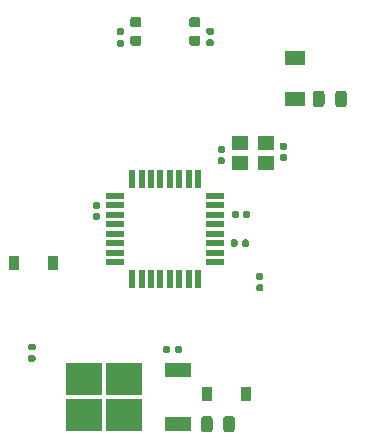
<source format=gbr>
G04 #@! TF.GenerationSoftware,KiCad,Pcbnew,(5.1.6-0-10_14)*
G04 #@! TF.CreationDate,2020-09-06T19:08:14+02:00*
G04 #@! TF.ProjectId,Tachometer pcb,54616368-6f6d-4657-9465-72207063622e,V2.0*
G04 #@! TF.SameCoordinates,Original*
G04 #@! TF.FileFunction,Paste,Top*
G04 #@! TF.FilePolarity,Positive*
%FSLAX46Y46*%
G04 Gerber Fmt 4.6, Leading zero omitted, Abs format (unit mm)*
G04 Created by KiCad (PCBNEW (5.1.6-0-10_14)) date 2020-09-06 19:08:14*
%MOMM*%
%LPD*%
G01*
G04 APERTURE LIST*
%ADD10R,3.050000X2.750000*%
%ADD11R,2.200000X1.200000*%
%ADD12R,0.900000X1.200000*%
%ADD13R,1.400000X1.200000*%
%ADD14R,1.700000X1.300000*%
%ADD15R,0.550000X1.600000*%
%ADD16R,1.600000X0.550000*%
G04 APERTURE END LIST*
G36*
G01*
X159913500Y-121990250D02*
X159913500Y-121077750D01*
G75*
G02*
X160157250Y-120834000I243750J0D01*
G01*
X160644750Y-120834000D01*
G75*
G02*
X160888500Y-121077750I0J-243750D01*
G01*
X160888500Y-121990250D01*
G75*
G02*
X160644750Y-122234000I-243750J0D01*
G01*
X160157250Y-122234000D01*
G75*
G02*
X159913500Y-121990250I0J243750D01*
G01*
G37*
G36*
G01*
X158038500Y-121990250D02*
X158038500Y-121077750D01*
G75*
G02*
X158282250Y-120834000I243750J0D01*
G01*
X158769750Y-120834000D01*
G75*
G02*
X159013500Y-121077750I0J-243750D01*
G01*
X159013500Y-121990250D01*
G75*
G02*
X158769750Y-122234000I-243750J0D01*
G01*
X158282250Y-122234000D01*
G75*
G02*
X158038500Y-121990250I0J243750D01*
G01*
G37*
G36*
G01*
X155425000Y-115027500D02*
X155425000Y-115372500D01*
G75*
G02*
X155277500Y-115520000I-147500J0D01*
G01*
X154982500Y-115520000D01*
G75*
G02*
X154835000Y-115372500I0J147500D01*
G01*
X154835000Y-115027500D01*
G75*
G02*
X154982500Y-114880000I147500J0D01*
G01*
X155277500Y-114880000D01*
G75*
G02*
X155425000Y-115027500I0J-147500D01*
G01*
G37*
G36*
G01*
X156395000Y-115027500D02*
X156395000Y-115372500D01*
G75*
G02*
X156247500Y-115520000I-147500J0D01*
G01*
X155952500Y-115520000D01*
G75*
G02*
X155805000Y-115372500I0J147500D01*
G01*
X155805000Y-115027500D01*
G75*
G02*
X155952500Y-114880000I147500J0D01*
G01*
X156247500Y-114880000D01*
G75*
G02*
X156395000Y-115027500I0J-147500D01*
G01*
G37*
G36*
G01*
X164827500Y-98675000D02*
X165172500Y-98675000D01*
G75*
G02*
X165320000Y-98822500I0J-147500D01*
G01*
X165320000Y-99117500D01*
G75*
G02*
X165172500Y-99265000I-147500J0D01*
G01*
X164827500Y-99265000D01*
G75*
G02*
X164680000Y-99117500I0J147500D01*
G01*
X164680000Y-98822500D01*
G75*
G02*
X164827500Y-98675000I147500J0D01*
G01*
G37*
G36*
G01*
X164827500Y-97705000D02*
X165172500Y-97705000D01*
G75*
G02*
X165320000Y-97852500I0J-147500D01*
G01*
X165320000Y-98147500D01*
G75*
G02*
X165172500Y-98295000I-147500J0D01*
G01*
X164827500Y-98295000D01*
G75*
G02*
X164680000Y-98147500I0J147500D01*
G01*
X164680000Y-97852500D01*
G75*
G02*
X164827500Y-97705000I147500J0D01*
G01*
G37*
D10*
X151476000Y-117729000D03*
X148126000Y-120779000D03*
X151476000Y-120779000D03*
X148126000Y-117729000D03*
D11*
X156101000Y-116974000D03*
X156101000Y-121534000D03*
G36*
G01*
X161605000Y-103972500D02*
X161605000Y-103627500D01*
G75*
G02*
X161752500Y-103480000I147500J0D01*
G01*
X162047500Y-103480000D01*
G75*
G02*
X162195000Y-103627500I0J-147500D01*
G01*
X162195000Y-103972500D01*
G75*
G02*
X162047500Y-104120000I-147500J0D01*
G01*
X161752500Y-104120000D01*
G75*
G02*
X161605000Y-103972500I0J147500D01*
G01*
G37*
G36*
G01*
X160635000Y-103972500D02*
X160635000Y-103627500D01*
G75*
G02*
X160782500Y-103480000I147500J0D01*
G01*
X161077500Y-103480000D01*
G75*
G02*
X161225000Y-103627500I0J-147500D01*
G01*
X161225000Y-103972500D01*
G75*
G02*
X161077500Y-104120000I-147500J0D01*
G01*
X160782500Y-104120000D01*
G75*
G02*
X160635000Y-103972500I0J147500D01*
G01*
G37*
G36*
G01*
X158627500Y-88955000D02*
X158972500Y-88955000D01*
G75*
G02*
X159120000Y-89102500I0J-147500D01*
G01*
X159120000Y-89397500D01*
G75*
G02*
X158972500Y-89545000I-147500J0D01*
G01*
X158627500Y-89545000D01*
G75*
G02*
X158480000Y-89397500I0J147500D01*
G01*
X158480000Y-89102500D01*
G75*
G02*
X158627500Y-88955000I147500J0D01*
G01*
G37*
G36*
G01*
X158627500Y-87985000D02*
X158972500Y-87985000D01*
G75*
G02*
X159120000Y-88132500I0J-147500D01*
G01*
X159120000Y-88427500D01*
G75*
G02*
X158972500Y-88575000I-147500J0D01*
G01*
X158627500Y-88575000D01*
G75*
G02*
X158480000Y-88427500I0J147500D01*
G01*
X158480000Y-88132500D01*
G75*
G02*
X158627500Y-87985000I147500J0D01*
G01*
G37*
G36*
G01*
X151027500Y-88990000D02*
X151372500Y-88990000D01*
G75*
G02*
X151520000Y-89137500I0J-147500D01*
G01*
X151520000Y-89432500D01*
G75*
G02*
X151372500Y-89580000I-147500J0D01*
G01*
X151027500Y-89580000D01*
G75*
G02*
X150880000Y-89432500I0J147500D01*
G01*
X150880000Y-89137500D01*
G75*
G02*
X151027500Y-88990000I147500J0D01*
G01*
G37*
G36*
G01*
X151027500Y-88020000D02*
X151372500Y-88020000D01*
G75*
G02*
X151520000Y-88167500I0J-147500D01*
G01*
X151520000Y-88462500D01*
G75*
G02*
X151372500Y-88610000I-147500J0D01*
G01*
X151027500Y-88610000D01*
G75*
G02*
X150880000Y-88462500I0J147500D01*
G01*
X150880000Y-88167500D01*
G75*
G02*
X151027500Y-88020000I147500J0D01*
G01*
G37*
G36*
G01*
X149027500Y-103675000D02*
X149372500Y-103675000D01*
G75*
G02*
X149520000Y-103822500I0J-147500D01*
G01*
X149520000Y-104117500D01*
G75*
G02*
X149372500Y-104265000I-147500J0D01*
G01*
X149027500Y-104265000D01*
G75*
G02*
X148880000Y-104117500I0J147500D01*
G01*
X148880000Y-103822500D01*
G75*
G02*
X149027500Y-103675000I147500J0D01*
G01*
G37*
G36*
G01*
X149027500Y-102705000D02*
X149372500Y-102705000D01*
G75*
G02*
X149520000Y-102852500I0J-147500D01*
G01*
X149520000Y-103147500D01*
G75*
G02*
X149372500Y-103295000I-147500J0D01*
G01*
X149027500Y-103295000D01*
G75*
G02*
X148880000Y-103147500I0J147500D01*
G01*
X148880000Y-102852500D01*
G75*
G02*
X149027500Y-102705000I147500J0D01*
G01*
G37*
G36*
G01*
X161125000Y-106027500D02*
X161125000Y-106372500D01*
G75*
G02*
X160977500Y-106520000I-147500J0D01*
G01*
X160682500Y-106520000D01*
G75*
G02*
X160535000Y-106372500I0J147500D01*
G01*
X160535000Y-106027500D01*
G75*
G02*
X160682500Y-105880000I147500J0D01*
G01*
X160977500Y-105880000D01*
G75*
G02*
X161125000Y-106027500I0J-147500D01*
G01*
G37*
G36*
G01*
X162095000Y-106027500D02*
X162095000Y-106372500D01*
G75*
G02*
X161947500Y-106520000I-147500J0D01*
G01*
X161652500Y-106520000D01*
G75*
G02*
X161505000Y-106372500I0J147500D01*
G01*
X161505000Y-106027500D01*
G75*
G02*
X161652500Y-105880000I147500J0D01*
G01*
X161947500Y-105880000D01*
G75*
G02*
X162095000Y-106027500I0J-147500D01*
G01*
G37*
D12*
X142200000Y-107900000D03*
X145500000Y-107900000D03*
G36*
G01*
X152756250Y-87937500D02*
X152243750Y-87937500D01*
G75*
G02*
X152025000Y-87718750I0J218750D01*
G01*
X152025000Y-87281250D01*
G75*
G02*
X152243750Y-87062500I218750J0D01*
G01*
X152756250Y-87062500D01*
G75*
G02*
X152975000Y-87281250I0J-218750D01*
G01*
X152975000Y-87718750D01*
G75*
G02*
X152756250Y-87937500I-218750J0D01*
G01*
G37*
G36*
G01*
X152756250Y-89512500D02*
X152243750Y-89512500D01*
G75*
G02*
X152025000Y-89293750I0J218750D01*
G01*
X152025000Y-88856250D01*
G75*
G02*
X152243750Y-88637500I218750J0D01*
G01*
X152756250Y-88637500D01*
G75*
G02*
X152975000Y-88856250I0J-218750D01*
G01*
X152975000Y-89293750D01*
G75*
G02*
X152756250Y-89512500I-218750J0D01*
G01*
G37*
D13*
X163500000Y-99450000D03*
X161300000Y-99450000D03*
X161300000Y-97750000D03*
X163500000Y-97750000D03*
G36*
G01*
X143872500Y-115295000D02*
X143527500Y-115295000D01*
G75*
G02*
X143380000Y-115147500I0J147500D01*
G01*
X143380000Y-114852500D01*
G75*
G02*
X143527500Y-114705000I147500J0D01*
G01*
X143872500Y-114705000D01*
G75*
G02*
X144020000Y-114852500I0J-147500D01*
G01*
X144020000Y-115147500D01*
G75*
G02*
X143872500Y-115295000I-147500J0D01*
G01*
G37*
G36*
G01*
X143872500Y-116265000D02*
X143527500Y-116265000D01*
G75*
G02*
X143380000Y-116117500I0J147500D01*
G01*
X143380000Y-115822500D01*
G75*
G02*
X143527500Y-115675000I147500J0D01*
G01*
X143872500Y-115675000D01*
G75*
G02*
X144020000Y-115822500I0J-147500D01*
G01*
X144020000Y-116117500D01*
G75*
G02*
X143872500Y-116265000I-147500J0D01*
G01*
G37*
G36*
G01*
X157756250Y-87937500D02*
X157243750Y-87937500D01*
G75*
G02*
X157025000Y-87718750I0J218750D01*
G01*
X157025000Y-87281250D01*
G75*
G02*
X157243750Y-87062500I218750J0D01*
G01*
X157756250Y-87062500D01*
G75*
G02*
X157975000Y-87281250I0J-218750D01*
G01*
X157975000Y-87718750D01*
G75*
G02*
X157756250Y-87937500I-218750J0D01*
G01*
G37*
G36*
G01*
X157756250Y-89512500D02*
X157243750Y-89512500D01*
G75*
G02*
X157025000Y-89293750I0J218750D01*
G01*
X157025000Y-88856250D01*
G75*
G02*
X157243750Y-88637500I218750J0D01*
G01*
X157756250Y-88637500D01*
G75*
G02*
X157975000Y-88856250I0J-218750D01*
G01*
X157975000Y-89293750D01*
G75*
G02*
X157756250Y-89512500I-218750J0D01*
G01*
G37*
D14*
X166000000Y-90500000D03*
X166000000Y-94000000D03*
G36*
G01*
X163172500Y-109325000D02*
X162827500Y-109325000D01*
G75*
G02*
X162680000Y-109177500I0J147500D01*
G01*
X162680000Y-108882500D01*
G75*
G02*
X162827500Y-108735000I147500J0D01*
G01*
X163172500Y-108735000D01*
G75*
G02*
X163320000Y-108882500I0J-147500D01*
G01*
X163320000Y-109177500D01*
G75*
G02*
X163172500Y-109325000I-147500J0D01*
G01*
G37*
G36*
G01*
X163172500Y-110295000D02*
X162827500Y-110295000D01*
G75*
G02*
X162680000Y-110147500I0J147500D01*
G01*
X162680000Y-109852500D01*
G75*
G02*
X162827500Y-109705000I147500J0D01*
G01*
X163172500Y-109705000D01*
G75*
G02*
X163320000Y-109852500I0J-147500D01*
G01*
X163320000Y-110147500D01*
G75*
G02*
X163172500Y-110295000I-147500J0D01*
G01*
G37*
G36*
G01*
X168487500Y-93543750D02*
X168487500Y-94456250D01*
G75*
G02*
X168243750Y-94700000I-243750J0D01*
G01*
X167756250Y-94700000D01*
G75*
G02*
X167512500Y-94456250I0J243750D01*
G01*
X167512500Y-93543750D01*
G75*
G02*
X167756250Y-93300000I243750J0D01*
G01*
X168243750Y-93300000D01*
G75*
G02*
X168487500Y-93543750I0J-243750D01*
G01*
G37*
G36*
G01*
X170362500Y-93543750D02*
X170362500Y-94456250D01*
G75*
G02*
X170118750Y-94700000I-243750J0D01*
G01*
X169631250Y-94700000D01*
G75*
G02*
X169387500Y-94456250I0J243750D01*
G01*
X169387500Y-93543750D01*
G75*
G02*
X169631250Y-93300000I243750J0D01*
G01*
X170118750Y-93300000D01*
G75*
G02*
X170362500Y-93543750I0J-243750D01*
G01*
G37*
D12*
X161830000Y-119000000D03*
X158530000Y-119000000D03*
G36*
G01*
X159922500Y-98575000D02*
X159577500Y-98575000D01*
G75*
G02*
X159430000Y-98427500I0J147500D01*
G01*
X159430000Y-98132500D01*
G75*
G02*
X159577500Y-97985000I147500J0D01*
G01*
X159922500Y-97985000D01*
G75*
G02*
X160070000Y-98132500I0J-147500D01*
G01*
X160070000Y-98427500D01*
G75*
G02*
X159922500Y-98575000I-147500J0D01*
G01*
G37*
G36*
G01*
X159922500Y-99545000D02*
X159577500Y-99545000D01*
G75*
G02*
X159430000Y-99397500I0J147500D01*
G01*
X159430000Y-99102500D01*
G75*
G02*
X159577500Y-98955000I147500J0D01*
G01*
X159922500Y-98955000D01*
G75*
G02*
X160070000Y-99102500I0J-147500D01*
G01*
X160070000Y-99397500D01*
G75*
G02*
X159922500Y-99545000I-147500J0D01*
G01*
G37*
D15*
X157800000Y-109250000D03*
X157000000Y-109250000D03*
X156200000Y-109250000D03*
X155400000Y-109250000D03*
X154600000Y-109250000D03*
X153800000Y-109250000D03*
X153000000Y-109250000D03*
X152200000Y-109250000D03*
D16*
X150750000Y-107800000D03*
X150750000Y-107000000D03*
X150750000Y-106200000D03*
X150750000Y-105400000D03*
X150750000Y-104600000D03*
X150750000Y-103800000D03*
X150750000Y-103000000D03*
X150750000Y-102200000D03*
D15*
X152200000Y-100750000D03*
X153000000Y-100750000D03*
X153800000Y-100750000D03*
X154600000Y-100750000D03*
X155400000Y-100750000D03*
X156200000Y-100750000D03*
X157000000Y-100750000D03*
X157800000Y-100750000D03*
D16*
X159250000Y-102200000D03*
X159250000Y-103000000D03*
X159250000Y-103800000D03*
X159250000Y-104600000D03*
X159250000Y-105400000D03*
X159250000Y-106200000D03*
X159250000Y-107000000D03*
X159250000Y-107800000D03*
M02*

</source>
